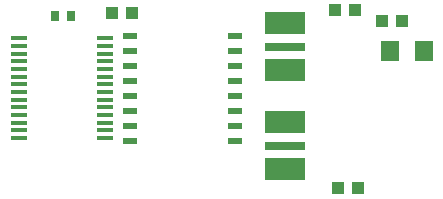
<source format=gbp>
G75*
G70*
%OFA0B0*%
%FSLAX24Y24*%
%IPPOS*%
%LPD*%
%AMOC8*
5,1,8,0,0,1.08239X$1,22.5*
%
%ADD10R,0.0550X0.0137*%
%ADD11R,0.0472X0.0236*%
%ADD12R,0.0276X0.0354*%
%ADD13R,0.0433X0.0394*%
%ADD14R,0.1339X0.0728*%
%ADD15R,0.1339X0.0315*%
%ADD16R,0.0630X0.0709*%
D10*
X004418Y003282D03*
X004418Y003538D03*
X004418Y003793D03*
X004418Y004049D03*
X004418Y004305D03*
X004418Y004561D03*
X004418Y004817D03*
X004418Y005073D03*
X004418Y005329D03*
X004418Y005585D03*
X004418Y005841D03*
X004418Y006097D03*
X004418Y006353D03*
X004418Y006608D03*
X007297Y006608D03*
X007297Y006353D03*
X007297Y006097D03*
X007297Y005841D03*
X007297Y005585D03*
X007297Y005329D03*
X007297Y005073D03*
X007297Y004817D03*
X007297Y004561D03*
X007297Y004305D03*
X007297Y004049D03*
X007297Y003793D03*
X007297Y003538D03*
X007297Y003282D03*
D11*
X008108Y003195D03*
X008108Y003695D03*
X008108Y004195D03*
X008108Y004695D03*
X008108Y005195D03*
X008108Y005695D03*
X008108Y006195D03*
X008108Y006695D03*
X011608Y006695D03*
X011608Y006195D03*
X011608Y005695D03*
X011608Y005195D03*
X011608Y004695D03*
X011608Y004195D03*
X011608Y003695D03*
X011608Y003195D03*
D12*
X006141Y007339D03*
X005629Y007339D03*
D13*
X007515Y007445D03*
X008184Y007445D03*
X014966Y007535D03*
X015635Y007535D03*
X016523Y007195D03*
X017192Y007195D03*
X015733Y001604D03*
X015063Y001604D03*
D14*
X013282Y002235D03*
X013282Y003810D03*
X013276Y005538D03*
X013276Y007112D03*
D15*
X013276Y006325D03*
X013282Y003023D03*
D16*
X016806Y006195D03*
X017909Y006195D03*
M02*

</source>
